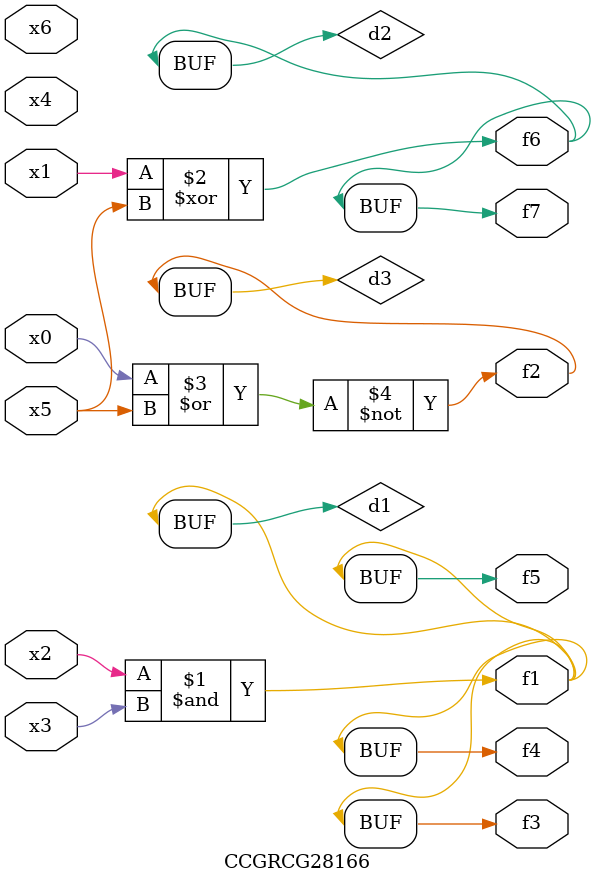
<source format=v>
module CCGRCG28166(
	input x0, x1, x2, x3, x4, x5, x6,
	output f1, f2, f3, f4, f5, f6, f7
);

	wire d1, d2, d3;

	and (d1, x2, x3);
	xor (d2, x1, x5);
	nor (d3, x0, x5);
	assign f1 = d1;
	assign f2 = d3;
	assign f3 = d1;
	assign f4 = d1;
	assign f5 = d1;
	assign f6 = d2;
	assign f7 = d2;
endmodule

</source>
